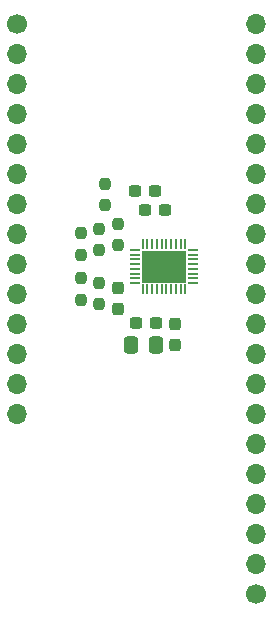
<source format=gbr>
%TF.GenerationSoftware,KiCad,Pcbnew,7.0.1*%
%TF.CreationDate,2023-04-17T09:27:04+12:00*%
%TF.ProjectId,MCT8329A-breakout,4d435438-3332-4394-912d-627265616b6f,1.0*%
%TF.SameCoordinates,Original*%
%TF.FileFunction,Soldermask,Top*%
%TF.FilePolarity,Negative*%
%FSLAX46Y46*%
G04 Gerber Fmt 4.6, Leading zero omitted, Abs format (unit mm)*
G04 Created by KiCad (PCBNEW 7.0.1) date 2023-04-17 09:27:04*
%MOMM*%
%LPD*%
G01*
G04 APERTURE LIST*
G04 Aperture macros list*
%AMRoundRect*
0 Rectangle with rounded corners*
0 $1 Rounding radius*
0 $2 $3 $4 $5 $6 $7 $8 $9 X,Y pos of 4 corners*
0 Add a 4 corners polygon primitive as box body*
4,1,4,$2,$3,$4,$5,$6,$7,$8,$9,$2,$3,0*
0 Add four circle primitives for the rounded corners*
1,1,$1+$1,$2,$3*
1,1,$1+$1,$4,$5*
1,1,$1+$1,$6,$7*
1,1,$1+$1,$8,$9*
0 Add four rect primitives between the rounded corners*
20,1,$1+$1,$2,$3,$4,$5,0*
20,1,$1+$1,$4,$5,$6,$7,0*
20,1,$1+$1,$6,$7,$8,$9,0*
20,1,$1+$1,$8,$9,$2,$3,0*%
G04 Aperture macros list end*
%ADD10RoundRect,0.250000X0.337500X0.475000X-0.337500X0.475000X-0.337500X-0.475000X0.337500X-0.475000X0*%
%ADD11RoundRect,0.237500X0.237500X-0.300000X0.237500X0.300000X-0.237500X0.300000X-0.237500X-0.300000X0*%
%ADD12RoundRect,0.237500X0.300000X0.237500X-0.300000X0.237500X-0.300000X-0.237500X0.300000X-0.237500X0*%
%ADD13R,0.204000X0.807999*%
%ADD14R,0.807999X0.204000*%
%ADD15R,3.810000X2.794000*%
%ADD16RoundRect,0.237500X-0.300000X-0.237500X0.300000X-0.237500X0.300000X0.237500X-0.300000X0.237500X0*%
%ADD17RoundRect,0.237500X0.237500X-0.250000X0.237500X0.250000X-0.237500X0.250000X-0.237500X-0.250000X0*%
%ADD18RoundRect,0.237500X-0.237500X0.300000X-0.237500X-0.300000X0.237500X-0.300000X0.237500X0.300000X0*%
%ADD19RoundRect,0.237500X-0.237500X0.250000X-0.237500X-0.250000X0.237500X-0.250000X0.237500X0.250000X0*%
%ADD20C,1.700000*%
%ADD21O,1.700000X1.700000*%
G04 APERTURE END LIST*
D10*
%TO.C,C5*%
X144344501Y-87215000D03*
X142269501Y-87215000D03*
%TD*%
D11*
%TO.C,C6*%
X146003000Y-87202500D03*
X146003000Y-85477500D03*
%TD*%
D12*
%TO.C,C2*%
X144280498Y-74225300D03*
X142555498Y-74225300D03*
%TD*%
%TO.C,C4*%
X144394501Y-85415000D03*
X142669501Y-85415000D03*
%TD*%
D13*
%TO.C,U1*%
X143230001Y-82535700D03*
X143630000Y-82535700D03*
X144029999Y-82535700D03*
X144430001Y-82535700D03*
X144830000Y-82535700D03*
X145230000Y-82535700D03*
X145629999Y-82535700D03*
X146030001Y-82535700D03*
X146430000Y-82535700D03*
X146829999Y-82535700D03*
D14*
X147478700Y-81995000D03*
X147478700Y-81595001D03*
X147478700Y-81194999D03*
X147478700Y-80795000D03*
X147478700Y-80395000D03*
X147478700Y-79995001D03*
X147478700Y-79594999D03*
X147478700Y-79195000D03*
D13*
X146829999Y-78654300D03*
X146430000Y-78654300D03*
X146030001Y-78654300D03*
X145629999Y-78654300D03*
X145230000Y-78654300D03*
X144830000Y-78654300D03*
X144430001Y-78654300D03*
X144029999Y-78654300D03*
X143630000Y-78654300D03*
X143230001Y-78654300D03*
D14*
X142581300Y-79195000D03*
X142581300Y-79594999D03*
X142581300Y-79995001D03*
X142581300Y-80395000D03*
X142581300Y-80795000D03*
X142581300Y-81194999D03*
X142581300Y-81595001D03*
X142581300Y-81995000D03*
D15*
X145030000Y-80595000D03*
%TD*%
D16*
%TO.C,C3*%
X143409499Y-75775300D03*
X145134499Y-75775300D03*
%TD*%
D17*
%TO.C,R6*%
X140065000Y-75409500D03*
X140065000Y-73584500D03*
%TD*%
D18*
%TO.C,C1*%
X141093000Y-82430500D03*
X141093000Y-84155500D03*
%TD*%
D17*
%TO.C,R3*%
X139545000Y-79209499D03*
X139545000Y-77384499D03*
%TD*%
%TO.C,R4*%
X139545000Y-83805501D03*
X139545000Y-81980501D03*
%TD*%
%TO.C,R5*%
X141093000Y-78809500D03*
X141093000Y-76984500D03*
%TD*%
D19*
%TO.C,R2*%
X137995000Y-77784501D03*
X137995000Y-79609501D03*
%TD*%
%TO.C,R1*%
X137995000Y-81580499D03*
X137995000Y-83405499D03*
%TD*%
D20*
%TO.C,J2*%
X152835000Y-108335000D03*
D21*
X152835000Y-105795000D03*
X152835000Y-103255000D03*
X152835000Y-100715000D03*
X152835000Y-98175000D03*
X152835000Y-95635000D03*
X152835000Y-93095000D03*
X152835000Y-90555000D03*
X152835000Y-88015000D03*
X152835000Y-85475000D03*
X152835000Y-82935000D03*
X152835000Y-80395000D03*
X152835000Y-77855000D03*
X152835000Y-75315000D03*
X152835000Y-72775000D03*
X152835000Y-70235000D03*
X152835000Y-67695000D03*
X152835000Y-65155000D03*
X152835000Y-62615000D03*
X152835000Y-60075000D03*
%TD*%
D20*
%TO.C,J1*%
X132545000Y-60085000D03*
D21*
X132545000Y-62625000D03*
X132545000Y-65165000D03*
X132545000Y-67705000D03*
X132545000Y-70245000D03*
X132545000Y-72785000D03*
X132545000Y-75325000D03*
X132545000Y-77865000D03*
X132545000Y-80405000D03*
X132545000Y-82945000D03*
X132545000Y-85485000D03*
X132545000Y-88025000D03*
X132545000Y-90565000D03*
X132545000Y-93105000D03*
%TD*%
M02*

</source>
